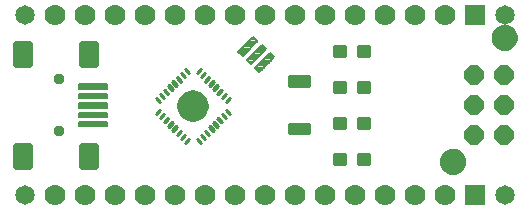
<source format=gbr>
G04 EAGLE Gerber RS-274X export*
G75*
%MOMM*%
%FSLAX34Y34*%
%LPD*%
%INSoldermask Top*%
%IPPOS*%
%AMOC8*
5,1,8,0,0,1.08239X$1,22.5*%
G01*
%ADD10C,1.651000*%
%ADD11C,0.304800*%
%ADD12C,0.152400*%
%ADD13C,0.533400*%
%ADD14C,0.950000*%
%ADD15C,0.210000*%
%ADD16R,1.778000X1.778000*%
%ADD17C,1.778000*%
%ADD18P,1.759533X8X112.500000*%
%ADD19C,1.200000*%
%ADD20C,1.016000*%
%ADD21C,0.360000*%
%ADD22C,0.224000*%

G36*
X156091Y75114D02*
X156091Y75114D01*
X156157Y75116D01*
X158337Y75500D01*
X158379Y75516D01*
X158444Y75529D01*
X160524Y76286D01*
X160563Y76308D01*
X160624Y76333D01*
X162542Y77439D01*
X162576Y77468D01*
X162632Y77503D01*
X164328Y78926D01*
X164357Y78960D01*
X164406Y79004D01*
X165829Y80700D01*
X165851Y80739D01*
X165893Y80790D01*
X166999Y82708D01*
X167015Y82750D01*
X167046Y82808D01*
X167803Y84888D01*
X167811Y84932D01*
X167832Y84995D01*
X168216Y87175D01*
X168216Y87220D01*
X168226Y87285D01*
X168226Y89499D01*
X168218Y89543D01*
X168216Y89609D01*
X167832Y91789D01*
X167816Y91831D01*
X167803Y91896D01*
X167046Y93976D01*
X167024Y94015D01*
X166999Y94076D01*
X165893Y95994D01*
X165864Y96028D01*
X165829Y96084D01*
X164406Y97780D01*
X164372Y97809D01*
X164328Y97858D01*
X162632Y99281D01*
X162593Y99303D01*
X162542Y99345D01*
X160624Y100451D01*
X160582Y100467D01*
X160524Y100498D01*
X158444Y101255D01*
X158400Y101263D01*
X158337Y101284D01*
X156157Y101668D01*
X156112Y101668D01*
X156047Y101678D01*
X153833Y101678D01*
X153789Y101670D01*
X153723Y101668D01*
X151543Y101284D01*
X151501Y101268D01*
X151436Y101255D01*
X149356Y100498D01*
X149317Y100476D01*
X149256Y100451D01*
X147338Y99345D01*
X147304Y99316D01*
X147248Y99281D01*
X145552Y97858D01*
X145523Y97824D01*
X145474Y97780D01*
X144051Y96084D01*
X144029Y96045D01*
X143987Y95994D01*
X142881Y94076D01*
X142865Y94034D01*
X142834Y93976D01*
X142077Y91896D01*
X142069Y91852D01*
X142048Y91789D01*
X141664Y89609D01*
X141664Y89564D01*
X141654Y89499D01*
X141654Y87285D01*
X141662Y87241D01*
X141664Y87175D01*
X142048Y84995D01*
X142064Y84953D01*
X142077Y84888D01*
X142834Y82808D01*
X142856Y82769D01*
X142881Y82708D01*
X143987Y80790D01*
X144016Y80756D01*
X144051Y80700D01*
X145474Y79004D01*
X145508Y78975D01*
X145552Y78926D01*
X147248Y77503D01*
X147287Y77481D01*
X147338Y77439D01*
X149256Y76333D01*
X149298Y76317D01*
X149356Y76286D01*
X151436Y75529D01*
X151480Y75521D01*
X151543Y75500D01*
X153723Y75116D01*
X153768Y75116D01*
X153833Y75106D01*
X156047Y75106D01*
X156091Y75114D01*
G37*
D10*
X12700Y165100D03*
X12700Y12700D03*
X419100Y12700D03*
X419100Y165100D03*
D11*
X236728Y112776D02*
X236728Y105664D01*
X236728Y112776D02*
X253492Y112776D01*
X253492Y105664D01*
X236728Y105664D01*
X236728Y108560D02*
X253492Y108560D01*
X253492Y111456D02*
X236728Y111456D01*
X236728Y72771D02*
X236728Y65659D01*
X236728Y72771D02*
X253492Y72771D01*
X253492Y65659D01*
X236728Y65659D01*
X236728Y68555D02*
X253492Y68555D01*
X253492Y71451D02*
X236728Y71451D01*
D12*
X82550Y74676D02*
X58674Y74676D01*
X82550Y74676D02*
X82550Y71120D01*
X58674Y71120D01*
X58674Y74676D01*
X58674Y72568D02*
X82550Y72568D01*
X82550Y74016D02*
X58674Y74016D01*
X58674Y82676D02*
X82550Y82676D01*
X82550Y79120D01*
X58674Y79120D01*
X58674Y82676D01*
X58674Y80568D02*
X82550Y80568D01*
X82550Y82016D02*
X58674Y82016D01*
X58674Y90676D02*
X82550Y90676D01*
X82550Y87120D01*
X58674Y87120D01*
X58674Y90676D01*
X58674Y88568D02*
X82550Y88568D01*
X82550Y90016D02*
X58674Y90016D01*
X58674Y98676D02*
X82550Y98676D01*
X82550Y95120D01*
X58674Y95120D01*
X58674Y98676D01*
X58674Y96568D02*
X82550Y96568D01*
X82550Y98016D02*
X58674Y98016D01*
X58674Y106676D02*
X82550Y106676D01*
X82550Y103120D01*
X58674Y103120D01*
X58674Y106676D01*
X58674Y104568D02*
X82550Y104568D01*
X82550Y106016D02*
X58674Y106016D01*
D13*
X17355Y54486D02*
X4909Y54486D01*
X17355Y54486D02*
X17355Y36960D01*
X4909Y36960D01*
X4909Y54486D01*
X4909Y42027D02*
X17355Y42027D01*
X17355Y47094D02*
X4909Y47094D01*
X4909Y52161D02*
X17355Y52161D01*
X60789Y54486D02*
X73235Y54486D01*
X73235Y36960D01*
X60789Y36960D01*
X60789Y54486D01*
X60789Y42027D02*
X73235Y42027D01*
X73235Y47094D02*
X60789Y47094D01*
X60789Y52161D02*
X73235Y52161D01*
X73235Y140846D02*
X60789Y140846D01*
X73235Y140846D02*
X73235Y123320D01*
X60789Y123320D01*
X60789Y140846D01*
X60789Y128387D02*
X73235Y128387D01*
X73235Y133454D02*
X60789Y133454D01*
X60789Y138521D02*
X73235Y138521D01*
X17355Y140846D02*
X4909Y140846D01*
X17355Y140846D02*
X17355Y123320D01*
X4909Y123320D01*
X4909Y140846D01*
X4909Y128387D02*
X17355Y128387D01*
X17355Y133454D02*
X4909Y133454D01*
X4909Y138521D02*
X17355Y138521D01*
D14*
X41612Y66898D03*
X41612Y110898D03*
D15*
X196867Y131074D02*
X209524Y143731D01*
X196867Y131074D02*
X193402Y134539D01*
X206059Y147196D01*
X209524Y143731D01*
X198862Y133069D02*
X194872Y133069D01*
X193927Y135064D02*
X200857Y135064D01*
X202852Y137059D02*
X195922Y137059D01*
X197917Y139054D02*
X204847Y139054D01*
X206842Y141049D02*
X199912Y141049D01*
X201907Y143044D02*
X208837Y143044D01*
X208216Y145039D02*
X203902Y145039D01*
X205897Y147034D02*
X206221Y147034D01*
X216595Y136660D02*
X203938Y124003D01*
X200473Y127468D01*
X213130Y140125D01*
X216595Y136660D01*
X205933Y125998D02*
X201943Y125998D01*
X200998Y127993D02*
X207928Y127993D01*
X209923Y129988D02*
X202993Y129988D01*
X204988Y131983D02*
X211918Y131983D01*
X213913Y133978D02*
X206983Y133978D01*
X208978Y135973D02*
X215908Y135973D01*
X215287Y137968D02*
X210973Y137968D01*
X212968Y139963D02*
X213292Y139963D01*
X223666Y129589D02*
X211009Y116932D01*
X207544Y120397D01*
X220201Y133054D01*
X223666Y129589D01*
X213004Y118927D02*
X209014Y118927D01*
X208069Y120922D02*
X214999Y120922D01*
X216994Y122917D02*
X210064Y122917D01*
X212059Y124912D02*
X218989Y124912D01*
X220984Y126907D02*
X214054Y126907D01*
X216049Y128902D02*
X222979Y128902D01*
X222358Y130897D02*
X218044Y130897D01*
X220039Y132892D02*
X220363Y132892D01*
D16*
X393700Y165100D03*
D17*
X368300Y165100D03*
X342900Y165100D03*
X317500Y165100D03*
X292100Y165100D03*
X266700Y165100D03*
X241300Y165100D03*
X215900Y165100D03*
X190500Y165100D03*
X165100Y165100D03*
X139700Y165100D03*
X114300Y165100D03*
X88900Y165100D03*
X63500Y165100D03*
X38100Y165100D03*
D16*
X393700Y12700D03*
D17*
X368300Y12700D03*
X342900Y12700D03*
X317500Y12700D03*
X292100Y12700D03*
X266700Y12700D03*
X241300Y12700D03*
X215900Y12700D03*
X190500Y12700D03*
X165100Y12700D03*
X139700Y12700D03*
X114300Y12700D03*
X88900Y12700D03*
X63500Y12700D03*
X38100Y12700D03*
D18*
X418084Y63500D03*
X392684Y63500D03*
X418084Y88900D03*
X392684Y88900D03*
X418084Y114300D03*
X392684Y114300D03*
D19*
X370158Y41148D02*
X370160Y41289D01*
X370166Y41430D01*
X370176Y41570D01*
X370190Y41710D01*
X370208Y41850D01*
X370229Y41989D01*
X370255Y42128D01*
X370284Y42266D01*
X370318Y42402D01*
X370355Y42538D01*
X370396Y42673D01*
X370441Y42807D01*
X370490Y42939D01*
X370542Y43070D01*
X370598Y43199D01*
X370658Y43326D01*
X370721Y43452D01*
X370787Y43576D01*
X370858Y43699D01*
X370931Y43819D01*
X371008Y43937D01*
X371088Y44053D01*
X371172Y44166D01*
X371258Y44277D01*
X371348Y44386D01*
X371441Y44492D01*
X371536Y44595D01*
X371635Y44696D01*
X371736Y44794D01*
X371840Y44889D01*
X371947Y44981D01*
X372056Y45070D01*
X372168Y45155D01*
X372282Y45238D01*
X372398Y45318D01*
X372517Y45394D01*
X372638Y45466D01*
X372760Y45536D01*
X372885Y45601D01*
X373011Y45664D01*
X373139Y45722D01*
X373269Y45777D01*
X373400Y45829D01*
X373533Y45876D01*
X373667Y45920D01*
X373802Y45961D01*
X373938Y45997D01*
X374075Y46029D01*
X374213Y46058D01*
X374351Y46083D01*
X374491Y46103D01*
X374631Y46120D01*
X374771Y46133D01*
X374912Y46142D01*
X375052Y46147D01*
X375193Y46148D01*
X375334Y46145D01*
X375475Y46138D01*
X375615Y46127D01*
X375755Y46112D01*
X375895Y46093D01*
X376034Y46071D01*
X376172Y46044D01*
X376310Y46014D01*
X376446Y45979D01*
X376582Y45941D01*
X376716Y45899D01*
X376850Y45853D01*
X376982Y45804D01*
X377112Y45750D01*
X377241Y45693D01*
X377368Y45633D01*
X377494Y45569D01*
X377617Y45501D01*
X377739Y45430D01*
X377859Y45356D01*
X377976Y45278D01*
X378091Y45197D01*
X378204Y45113D01*
X378315Y45026D01*
X378423Y44935D01*
X378528Y44842D01*
X378631Y44745D01*
X378731Y44646D01*
X378828Y44544D01*
X378922Y44439D01*
X379013Y44332D01*
X379101Y44222D01*
X379186Y44110D01*
X379268Y43995D01*
X379347Y43878D01*
X379422Y43759D01*
X379494Y43638D01*
X379562Y43515D01*
X379627Y43390D01*
X379689Y43263D01*
X379746Y43134D01*
X379801Y43004D01*
X379851Y42873D01*
X379898Y42740D01*
X379941Y42606D01*
X379980Y42470D01*
X380015Y42334D01*
X380047Y42197D01*
X380074Y42059D01*
X380098Y41920D01*
X380118Y41780D01*
X380134Y41640D01*
X380146Y41500D01*
X380154Y41359D01*
X380158Y41218D01*
X380158Y41078D01*
X380154Y40937D01*
X380146Y40796D01*
X380134Y40656D01*
X380118Y40516D01*
X380098Y40376D01*
X380074Y40237D01*
X380047Y40099D01*
X380015Y39962D01*
X379980Y39826D01*
X379941Y39690D01*
X379898Y39556D01*
X379851Y39423D01*
X379801Y39292D01*
X379746Y39162D01*
X379689Y39033D01*
X379627Y38906D01*
X379562Y38781D01*
X379494Y38658D01*
X379422Y38537D01*
X379347Y38418D01*
X379268Y38301D01*
X379186Y38186D01*
X379101Y38074D01*
X379013Y37964D01*
X378922Y37857D01*
X378828Y37752D01*
X378731Y37650D01*
X378631Y37551D01*
X378528Y37454D01*
X378423Y37361D01*
X378315Y37270D01*
X378204Y37183D01*
X378091Y37099D01*
X377976Y37018D01*
X377859Y36940D01*
X377739Y36866D01*
X377617Y36795D01*
X377494Y36727D01*
X377368Y36663D01*
X377241Y36603D01*
X377112Y36546D01*
X376982Y36492D01*
X376850Y36443D01*
X376716Y36397D01*
X376582Y36355D01*
X376446Y36317D01*
X376310Y36282D01*
X376172Y36252D01*
X376034Y36225D01*
X375895Y36203D01*
X375755Y36184D01*
X375615Y36169D01*
X375475Y36158D01*
X375334Y36151D01*
X375193Y36148D01*
X375052Y36149D01*
X374912Y36154D01*
X374771Y36163D01*
X374631Y36176D01*
X374491Y36193D01*
X374351Y36213D01*
X374213Y36238D01*
X374075Y36267D01*
X373938Y36299D01*
X373802Y36335D01*
X373667Y36376D01*
X373533Y36420D01*
X373400Y36467D01*
X373269Y36519D01*
X373139Y36574D01*
X373011Y36632D01*
X372885Y36695D01*
X372760Y36760D01*
X372638Y36830D01*
X372517Y36902D01*
X372398Y36978D01*
X372282Y37058D01*
X372168Y37141D01*
X372056Y37226D01*
X371947Y37315D01*
X371840Y37407D01*
X371736Y37502D01*
X371635Y37600D01*
X371536Y37701D01*
X371441Y37804D01*
X371348Y37910D01*
X371258Y38019D01*
X371172Y38130D01*
X371088Y38243D01*
X371008Y38359D01*
X370931Y38477D01*
X370858Y38597D01*
X370787Y38720D01*
X370721Y38844D01*
X370658Y38970D01*
X370598Y39097D01*
X370542Y39226D01*
X370490Y39357D01*
X370441Y39489D01*
X370396Y39623D01*
X370355Y39758D01*
X370318Y39894D01*
X370284Y40030D01*
X370255Y40168D01*
X370229Y40307D01*
X370208Y40446D01*
X370190Y40586D01*
X370176Y40726D01*
X370166Y40866D01*
X370160Y41007D01*
X370158Y41148D01*
D20*
X375158Y41148D03*
D21*
X304260Y99940D02*
X304260Y108340D01*
X304260Y99940D02*
X295860Y99940D01*
X295860Y108340D01*
X304260Y108340D01*
X304260Y103360D02*
X295860Y103360D01*
X295860Y106780D02*
X304260Y106780D01*
X283260Y108340D02*
X283260Y99940D01*
X274860Y99940D01*
X274860Y108340D01*
X283260Y108340D01*
X283260Y103360D02*
X274860Y103360D01*
X274860Y106780D02*
X283260Y106780D01*
X304260Y130420D02*
X304260Y138820D01*
X304260Y130420D02*
X295860Y130420D01*
X295860Y138820D01*
X304260Y138820D01*
X304260Y133840D02*
X295860Y133840D01*
X295860Y137260D02*
X304260Y137260D01*
X283260Y138820D02*
X283260Y130420D01*
X274860Y130420D01*
X274860Y138820D01*
X283260Y138820D01*
X283260Y133840D02*
X274860Y133840D01*
X274860Y137260D02*
X283260Y137260D01*
X274860Y77860D02*
X274860Y69460D01*
X274860Y77860D02*
X283260Y77860D01*
X283260Y69460D01*
X274860Y69460D01*
X274860Y72880D02*
X283260Y72880D01*
X283260Y76300D02*
X274860Y76300D01*
X295860Y77860D02*
X295860Y69460D01*
X295860Y77860D02*
X304260Y77860D01*
X304260Y69460D01*
X295860Y69460D01*
X295860Y72880D02*
X304260Y72880D01*
X304260Y76300D02*
X295860Y76300D01*
X274860Y47380D02*
X274860Y38980D01*
X274860Y47380D02*
X283260Y47380D01*
X283260Y38980D01*
X274860Y38980D01*
X274860Y42400D02*
X283260Y42400D01*
X283260Y45820D02*
X274860Y45820D01*
X295860Y47380D02*
X295860Y38980D01*
X295860Y47380D02*
X304260Y47380D01*
X304260Y38980D01*
X295860Y38980D01*
X295860Y42400D02*
X304260Y42400D01*
X304260Y45820D02*
X295860Y45820D01*
D22*
X183154Y91462D02*
X182758Y91858D01*
X186122Y95222D01*
X186518Y94826D01*
X183154Y91462D01*
X184490Y93590D02*
X185282Y93590D01*
X179619Y94997D02*
X179223Y95393D01*
X182587Y98757D01*
X182983Y98361D01*
X179619Y94997D01*
X180955Y97125D02*
X181747Y97125D01*
X176083Y98533D02*
X175687Y98929D01*
X179051Y102293D01*
X179447Y101897D01*
X176083Y98533D01*
X177419Y100661D02*
X178211Y100661D01*
X172548Y102068D02*
X172152Y102464D01*
X175516Y105828D01*
X175912Y105432D01*
X172548Y102068D01*
X173884Y104196D02*
X174676Y104196D01*
X169012Y105604D02*
X168616Y106000D01*
X171980Y109364D01*
X172376Y108968D01*
X169012Y105604D01*
X170348Y107732D02*
X171140Y107732D01*
X165477Y109139D02*
X165081Y109535D01*
X168445Y112899D01*
X168841Y112503D01*
X165477Y109139D01*
X166813Y111267D02*
X167605Y111267D01*
X161941Y112675D02*
X161545Y113071D01*
X164909Y116435D01*
X165305Y116039D01*
X161941Y112675D01*
X163277Y114803D02*
X164069Y114803D01*
X158406Y116210D02*
X158010Y116606D01*
X161374Y119970D01*
X161770Y119574D01*
X158406Y116210D01*
X159742Y118338D02*
X160534Y118338D01*
X151870Y116606D02*
X151474Y116210D01*
X148110Y119574D01*
X148506Y119970D01*
X151870Y116606D01*
X150138Y118338D02*
X149346Y118338D01*
X148335Y113071D02*
X147939Y112675D01*
X144575Y116039D01*
X144971Y116435D01*
X148335Y113071D01*
X146603Y114803D02*
X145811Y114803D01*
X144799Y109535D02*
X144403Y109139D01*
X141039Y112503D01*
X141435Y112899D01*
X144799Y109535D01*
X143067Y111267D02*
X142275Y111267D01*
X141264Y106000D02*
X140868Y105604D01*
X137504Y108968D01*
X137900Y109364D01*
X141264Y106000D01*
X139532Y107732D02*
X138740Y107732D01*
X137728Y102464D02*
X137332Y102068D01*
X133968Y105432D01*
X134364Y105828D01*
X137728Y102464D01*
X135996Y104196D02*
X135204Y104196D01*
X134193Y98929D02*
X133797Y98533D01*
X130433Y101897D01*
X130829Y102293D01*
X134193Y98929D01*
X132461Y100661D02*
X131669Y100661D01*
X130657Y95393D02*
X130261Y94997D01*
X126897Y98361D01*
X127293Y98757D01*
X130657Y95393D01*
X128925Y97125D02*
X128133Y97125D01*
X127122Y91858D02*
X126726Y91462D01*
X123362Y94826D01*
X123758Y95222D01*
X127122Y91858D01*
X125390Y93590D02*
X124598Y93590D01*
X123362Y81958D02*
X123758Y81562D01*
X123362Y81958D02*
X126726Y85322D01*
X127122Y84926D01*
X123758Y81562D01*
X125094Y83690D02*
X125886Y83690D01*
X126897Y78423D02*
X127293Y78027D01*
X126897Y78423D02*
X130261Y81787D01*
X130657Y81391D01*
X127293Y78027D01*
X128629Y80155D02*
X129421Y80155D01*
X130433Y74887D02*
X130829Y74491D01*
X130433Y74887D02*
X133797Y78251D01*
X134193Y77855D01*
X130829Y74491D01*
X132165Y76619D02*
X132957Y76619D01*
X133968Y71352D02*
X134364Y70956D01*
X133968Y71352D02*
X137332Y74716D01*
X137728Y74320D01*
X134364Y70956D01*
X135700Y73084D02*
X136492Y73084D01*
X137504Y67816D02*
X137900Y67420D01*
X137504Y67816D02*
X140868Y71180D01*
X141264Y70784D01*
X137900Y67420D01*
X139236Y69548D02*
X140028Y69548D01*
X141039Y64281D02*
X141435Y63885D01*
X141039Y64281D02*
X144403Y67645D01*
X144799Y67249D01*
X141435Y63885D01*
X142771Y66013D02*
X143563Y66013D01*
X144575Y60745D02*
X144971Y60349D01*
X144575Y60745D02*
X147939Y64109D01*
X148335Y63713D01*
X144971Y60349D01*
X146307Y62477D02*
X147099Y62477D01*
X148110Y57210D02*
X148506Y56814D01*
X148110Y57210D02*
X151474Y60574D01*
X151870Y60178D01*
X148506Y56814D01*
X149842Y58942D02*
X150634Y58942D01*
X161374Y56814D02*
X161770Y57210D01*
X161374Y56814D02*
X158010Y60178D01*
X158406Y60574D01*
X161770Y57210D01*
X160038Y58942D02*
X159246Y58942D01*
X164909Y60349D02*
X165305Y60745D01*
X164909Y60349D02*
X161545Y63713D01*
X161941Y64109D01*
X165305Y60745D01*
X163573Y62477D02*
X162781Y62477D01*
X168445Y63885D02*
X168841Y64281D01*
X168445Y63885D02*
X165081Y67249D01*
X165477Y67645D01*
X168841Y64281D01*
X167109Y66013D02*
X166317Y66013D01*
X171980Y67420D02*
X172376Y67816D01*
X171980Y67420D02*
X168616Y70784D01*
X169012Y71180D01*
X172376Y67816D01*
X170644Y69548D02*
X169852Y69548D01*
X175516Y70956D02*
X175912Y71352D01*
X175516Y70956D02*
X172152Y74320D01*
X172548Y74716D01*
X175912Y71352D01*
X174180Y73084D02*
X173388Y73084D01*
X179051Y74491D02*
X179447Y74887D01*
X179051Y74491D02*
X175687Y77855D01*
X176083Y78251D01*
X179447Y74887D01*
X177715Y76619D02*
X176923Y76619D01*
X182587Y78027D02*
X182983Y78423D01*
X182587Y78027D02*
X179223Y81391D01*
X179619Y81787D01*
X182983Y78423D01*
X181251Y80155D02*
X180459Y80155D01*
X186122Y81562D02*
X186518Y81958D01*
X186122Y81562D02*
X182758Y84926D01*
X183154Y85322D01*
X186518Y81958D01*
X184786Y83690D02*
X183994Y83690D01*
D19*
X413846Y146050D02*
X413848Y146191D01*
X413854Y146332D01*
X413864Y146472D01*
X413878Y146612D01*
X413896Y146752D01*
X413917Y146891D01*
X413943Y147030D01*
X413972Y147168D01*
X414006Y147304D01*
X414043Y147440D01*
X414084Y147575D01*
X414129Y147709D01*
X414178Y147841D01*
X414230Y147972D01*
X414286Y148101D01*
X414346Y148228D01*
X414409Y148354D01*
X414475Y148478D01*
X414546Y148601D01*
X414619Y148721D01*
X414696Y148839D01*
X414776Y148955D01*
X414860Y149068D01*
X414946Y149179D01*
X415036Y149288D01*
X415129Y149394D01*
X415224Y149497D01*
X415323Y149598D01*
X415424Y149696D01*
X415528Y149791D01*
X415635Y149883D01*
X415744Y149972D01*
X415856Y150057D01*
X415970Y150140D01*
X416086Y150220D01*
X416205Y150296D01*
X416326Y150368D01*
X416448Y150438D01*
X416573Y150503D01*
X416699Y150566D01*
X416827Y150624D01*
X416957Y150679D01*
X417088Y150731D01*
X417221Y150778D01*
X417355Y150822D01*
X417490Y150863D01*
X417626Y150899D01*
X417763Y150931D01*
X417901Y150960D01*
X418039Y150985D01*
X418179Y151005D01*
X418319Y151022D01*
X418459Y151035D01*
X418600Y151044D01*
X418740Y151049D01*
X418881Y151050D01*
X419022Y151047D01*
X419163Y151040D01*
X419303Y151029D01*
X419443Y151014D01*
X419583Y150995D01*
X419722Y150973D01*
X419860Y150946D01*
X419998Y150916D01*
X420134Y150881D01*
X420270Y150843D01*
X420404Y150801D01*
X420538Y150755D01*
X420670Y150706D01*
X420800Y150652D01*
X420929Y150595D01*
X421056Y150535D01*
X421182Y150471D01*
X421305Y150403D01*
X421427Y150332D01*
X421547Y150258D01*
X421664Y150180D01*
X421779Y150099D01*
X421892Y150015D01*
X422003Y149928D01*
X422111Y149837D01*
X422216Y149744D01*
X422319Y149647D01*
X422419Y149548D01*
X422516Y149446D01*
X422610Y149341D01*
X422701Y149234D01*
X422789Y149124D01*
X422874Y149012D01*
X422956Y148897D01*
X423035Y148780D01*
X423110Y148661D01*
X423182Y148540D01*
X423250Y148417D01*
X423315Y148292D01*
X423377Y148165D01*
X423434Y148036D01*
X423489Y147906D01*
X423539Y147775D01*
X423586Y147642D01*
X423629Y147508D01*
X423668Y147372D01*
X423703Y147236D01*
X423735Y147099D01*
X423762Y146961D01*
X423786Y146822D01*
X423806Y146682D01*
X423822Y146542D01*
X423834Y146402D01*
X423842Y146261D01*
X423846Y146120D01*
X423846Y145980D01*
X423842Y145839D01*
X423834Y145698D01*
X423822Y145558D01*
X423806Y145418D01*
X423786Y145278D01*
X423762Y145139D01*
X423735Y145001D01*
X423703Y144864D01*
X423668Y144728D01*
X423629Y144592D01*
X423586Y144458D01*
X423539Y144325D01*
X423489Y144194D01*
X423434Y144064D01*
X423377Y143935D01*
X423315Y143808D01*
X423250Y143683D01*
X423182Y143560D01*
X423110Y143439D01*
X423035Y143320D01*
X422956Y143203D01*
X422874Y143088D01*
X422789Y142976D01*
X422701Y142866D01*
X422610Y142759D01*
X422516Y142654D01*
X422419Y142552D01*
X422319Y142453D01*
X422216Y142356D01*
X422111Y142263D01*
X422003Y142172D01*
X421892Y142085D01*
X421779Y142001D01*
X421664Y141920D01*
X421547Y141842D01*
X421427Y141768D01*
X421305Y141697D01*
X421182Y141629D01*
X421056Y141565D01*
X420929Y141505D01*
X420800Y141448D01*
X420670Y141394D01*
X420538Y141345D01*
X420404Y141299D01*
X420270Y141257D01*
X420134Y141219D01*
X419998Y141184D01*
X419860Y141154D01*
X419722Y141127D01*
X419583Y141105D01*
X419443Y141086D01*
X419303Y141071D01*
X419163Y141060D01*
X419022Y141053D01*
X418881Y141050D01*
X418740Y141051D01*
X418600Y141056D01*
X418459Y141065D01*
X418319Y141078D01*
X418179Y141095D01*
X418039Y141115D01*
X417901Y141140D01*
X417763Y141169D01*
X417626Y141201D01*
X417490Y141237D01*
X417355Y141278D01*
X417221Y141322D01*
X417088Y141369D01*
X416957Y141421D01*
X416827Y141476D01*
X416699Y141534D01*
X416573Y141597D01*
X416448Y141662D01*
X416326Y141732D01*
X416205Y141804D01*
X416086Y141880D01*
X415970Y141960D01*
X415856Y142043D01*
X415744Y142128D01*
X415635Y142217D01*
X415528Y142309D01*
X415424Y142404D01*
X415323Y142502D01*
X415224Y142603D01*
X415129Y142706D01*
X415036Y142812D01*
X414946Y142921D01*
X414860Y143032D01*
X414776Y143145D01*
X414696Y143261D01*
X414619Y143379D01*
X414546Y143499D01*
X414475Y143622D01*
X414409Y143746D01*
X414346Y143872D01*
X414286Y143999D01*
X414230Y144128D01*
X414178Y144259D01*
X414129Y144391D01*
X414084Y144525D01*
X414043Y144660D01*
X414006Y144796D01*
X413972Y144932D01*
X413943Y145070D01*
X413917Y145209D01*
X413896Y145348D01*
X413878Y145488D01*
X413864Y145628D01*
X413854Y145768D01*
X413848Y145909D01*
X413846Y146050D01*
D20*
X418846Y146050D03*
M02*

</source>
